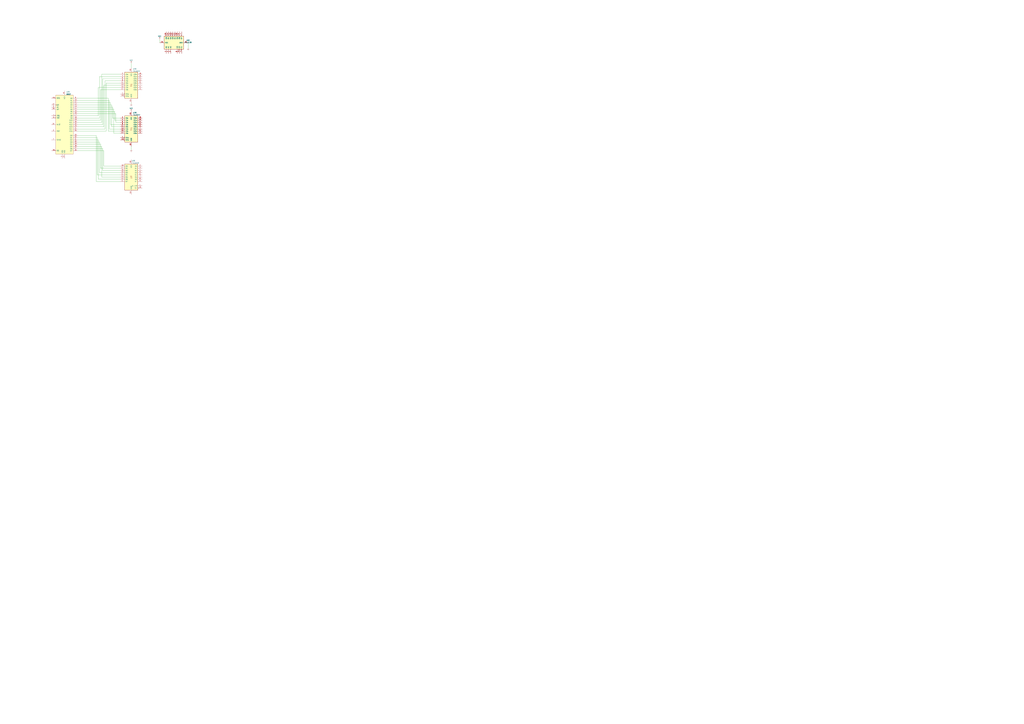
<source format=kicad_sch>
(kicad_sch (version 20211123) (generator eeschema)
  (paper "A0")
  (lib_symbols
    (symbol "74xx:74LS138" (pin_names (offset 1.016))
      (property "Reference" "U" (at -7.62 11.43 0))
      (property "Value" "74LS138" (at -7.62 -13.97 0))
      (symbol "74LS138_1_0"
        (pin input line (at -12.7 7.62 0) (length 5.08) (name "A0") (number "1"))
        (pin output output_low (at 12.7 -5.08 180) (length 5.08) (name "O5") (number "10"))
        (pin output output_low (at 12.7 -2.54 180) (length 5.08) (name "O4") (number "11"))
        (pin output output_low (at 12.7 0 180) (length 5.08) (name "O3") (number "12"))
        (pin output output_low (at 12.7 2.54 180) (length 5.08) (name "O2") (number "13"))
        (pin output output_low (at 12.7 5.08 180) (length 5.08) (name "O1") (number "14"))
        (pin output output_low (at 12.7 7.62 180) (length 5.08) (name "O0") (number "15"))
        (pin power_in line (at 0 15.24 270) (length 5.08) (name "VCC") (number "16"))
        (pin input line (at -12.7 5.08 0) (length 5.08) (name "A1") (number "2"))
        (pin input line (at -12.7 2.54 0) (length 5.08) (name "A2") (number "3"))
        (pin input input_low (at -12.7 -10.16 0) (length 5.08) (name "E1") (number "4"))
        (pin input input_low (at -12.7 -7.62 0) (length 5.08) (name "E2") (number "5"))
        (pin input line (at -12.7 -5.08 0) (length 5.08) (name "E3") (number "6"))
        (pin output output_low (at 12.7 -10.16 180) (length 5.08) (name "O7") (number "7"))
        (pin power_in line (at 0 -17.78 90) (length 5.08) (name "GND") (number "8"))
        (pin output output_low (at 12.7 -7.62 180) (length 5.08) (name "O6") (number "9"))
      )
      (symbol "74LS138_1_1"
        (rectangle (start -7.62 10.16) (end 7.62 -12.7) (stroke (width 0.254)) (fill (type background)))
      )
    )
    (symbol "74xx:74LS244" (pin_names (offset 1.016))
      (property "Reference" "U" (at -7.62 16.51 0))
      (property "Value" "74LS244" (at -7.62 -16.51 0))
      (symbol "74LS244_1_0"
        (polyline (pts (xy -0.635 -1.27) (xy -0.635 1.27) (xy 0.635 1.27)))
        (polyline (pts (xy -1.27 -1.27) (xy 0.635 -1.27) (xy 0.635 1.27) (xy 1.27 1.27)))
        (pin input inverted (at -12.7 -10.16 0) (length 5.08) (name "OEa") (number "1"))
        (pin power_in line (at 0 -20.32 90) (length 5.08) (name "GND") (number "10"))
        (pin input line (at -12.7 2.54 0) (length 5.08) (name "I0b") (number "11"))
        (pin tri_state line (at 12.7 5.08 180) (length 5.08) (name "O3a") (number "12"))
        (pin input line (at -12.7 0 0) (length 5.08) (name "I1b") (number "13"))
        (pin tri_state line (at 12.7 7.62 180) (length 5.08) (name "O2a") (number "14"))
        (pin input line (at -12.7 -2.54 0) (length 5.08) (name "I2b") (number "15"))
        (pin tri_state line (at 12.7 10.16 180) (length 5.08) (name "O1a") (number "16"))
        (pin input line (at -12.7 -5.08 0) (length 5.08) (name "I3b") (number "17"))
        (pin tri_state line (at 12.7 12.7 180) (length 5.08) (name "O0a") (number "18"))
        (pin input inverted (at -12.7 -12.7 0) (length 5.08) (name "OEb") (number "19"))
        (pin input line (at -12.7 12.7 0) (length 5.08) (name "I0a") (number "2"))
        (pin power_in line (at 0 20.32 270) (length 5.08) (name "VCC") (number "20"))
        (pin tri_state line (at 12.7 -5.08 180) (length 5.08) (name "O3b") (number "3"))
        (pin input line (at -12.7 10.16 0) (length 5.08) (name "I1a") (number "4"))
        (pin tri_state line (at 12.7 -2.54 180) (length 5.08) (name "O2b") (number "5"))
        (pin input line (at -12.7 7.62 0) (length 5.08) (name "I2a") (number "6"))
        (pin tri_state line (at 12.7 0 180) (length 5.08) (name "O1b") (number "7"))
        (pin input line (at -12.7 5.08 0) (length 5.08) (name "I3a") (number "8"))
        (pin tri_state line (at 12.7 2.54 180) (length 5.08) (name "O0b") (number "9"))
      )
      (symbol "74LS244_1_1"
        (rectangle (start -7.62 15.24) (end 7.62 -15.24) (stroke (width 0.254)) (fill (type background)))
      )
    )
    (symbol "74xx:74LS245" (pin_names (offset 1.016))
      (property "Reference" "U" (at -7.62 16.51 0))
      (property "Value" "74LS245" (at -7.62 -16.51 0))
      (symbol "74LS245_1_0"
        (polyline (pts (xy -0.635 -1.27) (xy -0.635 1.27) (xy 0.635 1.27)))
        (polyline (pts (xy -1.27 -1.27) (xy 0.635 -1.27) (xy 0.635 1.27) (xy 1.27 1.27)))
        (pin input line (at -12.7 -10.16 0) (length 5.08) (name "A->B") (number "1"))
        (pin power_in line (at 0 -20.32 90) (length 5.08) (name "GND") (number "10"))
        (pin tri_state line (at 12.7 -5.08 180) (length 5.08) (name "B7") (number "11"))
        (pin tri_state line (at 12.7 -2.54 180) (length 5.08) (name "B6") (number "12"))
        (pin tri_state line (at 12.7 0 180) (length 5.08) (name "B5") (number "13"))
        (pin tri_state line (at 12.7 2.54 180) (length 5.08) (name "B4") (number "14"))
        (pin tri_state line (at 12.7 5.08 180) (length 5.08) (name "B3") (number "15"))
        (pin tri_state line (at 12.7 7.62 180) (length 5.08) (name "B2") (number "16"))
        (pin tri_state line (at 12.7 10.16 180) (length 5.08) (name "B1") (number "17"))
        (pin tri_state line (at 12.7 12.7 180) (length 5.08) (name "B0") (number "18"))
        (pin input inverted (at -12.7 -12.7 0) (length 5.08) (name "CE") (number "19"))
        (pin tri_state line (at -12.7 12.7 0) (length 5.08) (name "A0") (number "2"))
        (pin power_in line (at 0 20.32 270) (length 5.08) (name "VCC") (number "20"))
        (pin tri_state line (at -12.7 10.16 0) (length 5.08) (name "A1") (number "3"))
        (pin tri_state line (at -12.7 7.62 0) (length 5.08) (name "A2") (number "4"))
        (pin tri_state line (at -12.7 5.08 0) (length 5.08) (name "A3") (number "5"))
        (pin tri_state line (at -12.7 2.54 0) (length 5.08) (name "A4") (number "6"))
        (pin tri_state line (at -12.7 0 0) (length 5.08) (name "A5") (number "7"))
        (pin tri_state line (at -12.7 -2.54 0) (length 5.08) (name "A6") (number "8"))
        (pin tri_state line (at -12.7 -5.08 0) (length 5.08) (name "A7") (number "9"))
      )
      (symbol "74LS245_1_1"
        (rectangle (start -7.62 15.24) (end 7.62 -15.24) (stroke (width 0.254)) (fill (type background)))
      )
    )
    (symbol "Família NMOS 6500:6502" (pin_names (offset 1.016))
      (property "Reference" "U" (at -10.16 35.56 0))
      (property "Value" "6502" (at 0 0 90))
      (symbol "6502_0_1"
        (rectangle (start -10.16 34.29) (end 10.16 -34.29) (fill (type background)))
      )
      (symbol "6502_1_1"
        (pin power_in line (at -2.54 -39.37 90) (length 5.08) (name "VSS") (number "1"))
        (pin output line (at 15.24 27.94 180) (length 5.08) (name "A1") (number "10"))
        (pin output line (at 15.24 25.4 180) (length 5.08) (name "A2") (number "11"))
        (pin output line (at 15.24 22.86 180) (length 5.08) (name "A3") (number "12"))
        (pin output line (at 15.24 20.32 180) (length 5.08) (name "A4") (number "13"))
        (pin output line (at 15.24 17.78 180) (length 5.08) (name "A5") (number "14"))
        (pin output line (at 15.24 15.24 180) (length 5.08) (name "A6") (number "15"))
        (pin output line (at 15.24 12.7 180) (length 5.08) (name "A7") (number "16"))
        (pin output line (at 15.24 10.16 180) (length 5.08) (name "A8") (number "17"))
        (pin output line (at 15.24 7.62 180) (length 5.08) (name "A9") (number "18"))
        (pin output line (at 15.24 5.08 180) (length 5.08) (name "A10") (number "19"))
        (pin input line (at -15.24 -7.62 0) (length 5.08) (name "RDY") (number "2"))
        (pin output line (at 15.24 2.54 180) (length 5.08) (name "A11") (number "20"))
        (pin power_in line (at 0 -39.37 90) (length 5.08) (name "VSS") (number "21"))
        (pin output line (at 15.24 0 180) (length 5.08) (name "A12") (number "22"))
        (pin output line (at 15.24 -2.54 180) (length 5.08) (name "A13") (number "23"))
        (pin output line (at 15.24 -5.08 180) (length 5.08) (name "A14") (number "24"))
        (pin output line (at 15.24 -7.62 180) (length 5.08) (name "A15") (number "25"))
        (pin bidirectional line (at 15.24 -30.48 180) (length 5.08) (name "D7") (number "26"))
        (pin bidirectional line (at 15.24 -27.94 180) (length 5.08) (name "D6") (number "27"))
        (pin bidirectional line (at 15.24 -25.4 180) (length 5.08) (name "D5") (number "28"))
        (pin bidirectional line (at 15.24 -22.86 180) (length 5.08) (name "D4") (number "29"))
        (pin output line (at -15.24 20.32 0) (length 5.08) (name "ϕ1") (number "3"))
        (pin bidirectional line (at 15.24 -20.32 180) (length 5.08) (name "D3") (number "30"))
        (pin bidirectional line (at 15.24 -17.78 180) (length 5.08) (name "D2") (number "31"))
        (pin bidirectional line (at 15.24 -15.24 180) (length 5.08) (name "D1") (number "32"))
        (pin bidirectional line (at 15.24 -12.7 180) (length 5.08) (name "D0") (number "33"))
        (pin output line (at -15.24 0 0) (length 5.08) (name "R/~{W}") (number "34"))
        (pin no_connect non_logic (at -10.16 -25.4 0) (length 2.54) hide (name "nc") (number "35"))
        (pin no_connect non_logic (at -10.16 -27.94 0) (length 2.54) hide (name "nc") (number "36"))
        (pin input clock (at -15.24 22.86 0) (length 5.08) (name "ϕ0") (number "37"))
        (pin input input_low (at -15.24 -30.48 0) (length 5.08) (name "~{SO}") (number "38"))
        (pin output line (at -15.24 17.78 0) (length 5.08) (name "ϕ2") (number "39"))
        (pin input input_low (at -15.24 10.16 0) (length 5.08) (name "~{IRQ}") (number "4"))
        (pin input input_low (at -15.24 30.48 0) (length 5.08) (name "~{RES}") (number "40"))
        (pin no_connect non_logic (at -10.16 -22.86 0) (length 2.5654) hide (name "nc") (number "5"))
        (pin input input_low (at -15.24 7.62 0) (length 5.08) (name "~{NMI}") (number "6"))
        (pin output line (at -15.24 -17.78 0) (length 5.08) (name "SYNC") (number "7"))
        (pin power_in line (at 0 39.37 270) (length 5.08) (name "VCC") (number "8"))
        (pin output line (at 15.24 30.48 180) (length 5.08) (name "A0") (number "9"))
      )
    )
    (symbol "power:Earth" (power) (pin_names (offset 0))
      (symbol "Earth_0_1"
        (polyline (pts (xy -0.635 -1.905) (xy 0.635 -1.905)))
        (polyline (pts (xy -0.127 -2.54) (xy 0.127 -2.54)))
        (polyline (pts (xy 0 -1.27) (xy 0 0)))
        (polyline (pts (xy 1.27 -1.27) (xy -1.27 -1.27)))
      )
      (symbol "Earth_1_1"
        (pin power_in line (at 0 0 270) (length 0) hide (name "Earth") (number "1"))
      )
    )
    (symbol "power:VCC" (power) (pin_names (offset 0))
      (property "Value" "VCC" (at 0 3.81 0))
      (symbol "VCC_0_1"
        (polyline (pts (xy -0.762 1.27) (xy 0 2.54)))
        (polyline (pts (xy 0 0) (xy 0 2.54)))
        (polyline (pts (xy 0 2.54) (xy 0.762 1.27)))
      )
      (symbol "VCC_1_1"
        (pin power_in line (at 0 0 90) (length 0) hide (name "VCC") (number "1"))
      )
    )
  )
  (bus_alias "BarramentoEndereços" (members "U29" "U28" "U35"))
  (bus_alias "BarramentoDados" (members "U29" "U30"))
  (wire (pts (xy 127 149.86) (xy 139.7 149.86)))
  (wire (pts (xy 132.08 154.94) (xy 139.7 154.94)))
  (wire (pts (xy 90.17 124.46) (xy 130.81 124.46)))
  (wire (pts (xy 90.17 152.4) (xy 123.19 152.4)))
  (wire (pts (xy 90.17 172.72) (xy 119.38 172.72)))
  (wire (pts (xy 90.17 175.26) (xy 120.65 175.26)))
  (wire (pts (xy 90.17 116.84) (xy 127 116.84)))
  (wire (pts (xy 90.17 144.78) (xy 119.38 144.78)))
  (wire (pts (xy 123.19 96.52) (xy 139.7 96.52)))
  (wire (pts (xy 120.65 99.06) (xy 139.7 99.06)))
  (wire (pts (xy 152.4 73.66) (xy 152.4 78.74)))
  (wire (pts (xy 134.62 132.08) (xy 134.62 142.24)))
  (wire (pts (xy 115.57 165.1) (xy 115.57 200.66)))
  (wire (pts (xy 152.4 119.38) (xy 152.4 120.65)))
  (wire (pts (xy 127 116.84) (xy 127 149.86)))
  (wire (pts (xy 118.11 86.36) (xy 139.7 86.36)))
  (wire (pts (xy 133.35 129.54) (xy 133.35 139.7)))
  (wire (pts (xy 90.17 149.86) (xy 121.92 149.86)))
  (wire (pts (xy 118.11 170.18) (xy 118.11 205.74)))
  (wire (pts (xy 90.17 162.56) (xy 114.3 162.56)))
  (wire (pts (xy 120.65 193.04) (xy 139.7 193.04)))
  (wire (pts (xy 90.17 137.16) (xy 115.57 137.16)))
  (wire (pts (xy 125.73 152.4) (xy 139.7 152.4)))
  (wire (pts (xy 90.17 134.62) (xy 114.3 134.62)))
  (wire (pts (xy 119.38 91.44) (xy 139.7 91.44)))
  (wire (pts (xy 152.4 170.18) (xy 152.4 173.99)))
  (wire (pts (xy 114.3 134.62) (xy 114.3 101.6)))
  (wire (pts (xy 90.17 139.7) (xy 116.84 139.7)))
  (wire (pts (xy 128.27 119.38) (xy 128.27 144.78)))
  (wire (pts (xy 129.54 147.32) (xy 139.7 147.32)))
  (wire (pts (xy 115.57 88.9) (xy 139.7 88.9)))
  (wire (pts (xy 114.3 208.28) (xy 139.7 208.28)))
  (wire (pts (xy 116.84 195.58) (xy 139.7 195.58)))
  (wire (pts (xy 118.11 205.74) (xy 139.7 205.74)))
  (wire (pts (xy 90.17 119.38) (xy 128.27 119.38)))
  (wire (pts (xy 120.65 175.26) (xy 120.65 193.04)))
  (wire (pts (xy 114.3 162.56) (xy 114.3 208.28)))
  (wire (pts (xy 121.92 93.98) (xy 139.7 93.98)))
  (wire (pts (xy 119.38 144.78) (xy 119.38 91.44)))
  (wire (pts (xy 129.54 121.92) (xy 129.54 147.32)))
  (wire (pts (xy 128.27 144.78) (xy 139.7 144.78)))
  (wire (pts (xy 185.42 45.72) (xy 185.42 49.53)))
  (wire (pts (xy 118.11 142.24) (xy 118.11 86.36)))
  (wire (pts (xy 90.17 167.64) (xy 116.84 167.64)))
  (wire (pts (xy 114.3 101.6) (xy 139.7 101.6)))
  (wire (pts (xy 119.38 172.72) (xy 119.38 198.12)))
  (wire (pts (xy 218.44 49.53) (xy 218.44 55.88)))
  (wire (pts (xy 130.81 137.16) (xy 139.7 137.16)))
  (wire (pts (xy 111.76 210.82) (xy 139.7 210.82)))
  (wire (pts (xy 116.84 104.14) (xy 139.7 104.14)))
  (wire (pts (xy 90.17 132.08) (xy 134.62 132.08)))
  (wire (pts (xy 121.92 149.86) (xy 121.92 93.98)))
  (wire (pts (xy 90.17 121.92) (xy 129.54 121.92)))
  (wire (pts (xy 90.17 147.32) (xy 120.65 147.32)))
  (wire (pts (xy 119.38 198.12) (xy 139.7 198.12)))
  (wire (pts (xy 116.84 139.7) (xy 116.84 104.14)))
  (wire (pts (xy 134.62 142.24) (xy 139.7 142.24)))
  (wire (pts (xy 90.17 127) (xy 132.08 127)))
  (wire (pts (xy 133.35 139.7) (xy 139.7 139.7)))
  (wire (pts (xy 90.17 114.3) (xy 125.73 114.3)))
  (wire (pts (xy 116.84 167.64) (xy 116.84 195.58)))
  (wire (pts (xy 111.76 157.48) (xy 111.76 210.82)))
  (wire (pts (xy 115.57 137.16) (xy 115.57 88.9)))
  (wire (pts (xy 90.17 157.48) (xy 111.76 157.48)))
  (wire (pts (xy 130.81 124.46) (xy 130.81 137.16)))
  (wire (pts (xy 90.17 165.1) (xy 115.57 165.1)))
  (wire (pts (xy 123.19 152.4) (xy 123.19 96.52)))
  (wire (pts (xy 113.03 160.02) (xy 113.03 203.2)))
  (wire (pts (xy 90.17 160.02) (xy 113.03 160.02)))
  (wire (pts (xy 132.08 127) (xy 132.08 154.94)))
  (wire (pts (xy 115.57 200.66) (xy 139.7 200.66)))
  (wire (pts (xy 120.65 147.32) (xy 120.65 99.06)))
  (wire (pts (xy 90.17 129.54) (xy 133.35 129.54)))
  (wire (pts (xy 90.17 170.18) (xy 118.11 170.18)))
  (wire (pts (xy 125.73 114.3) (xy 125.73 152.4)))
  (wire (pts (xy 113.03 203.2) (xy 139.7 203.2)))
  (wire (pts (xy 90.17 142.24) (xy 118.11 142.24)))
  (symbol (lib_id "74xx:74LS245") (at 152.4 205.74 0) (mirror y) (unit 1)
    (property "Reference" "U30" (at 152.9206 186.8002 0) (effects (justify right)))
    (property "Value" "74LS245" (at 152.9206 189.3371 0) (effects (justify right)))
    (property "Datasheet" "http://www.ti.com/lit/gpn/sn74LS245" (effects hide))
  )
  (symbol (lib_id "74xx:74LS244") (at 152.4 99.06 0) (unit 1)
    (property "Reference" "U35" (at 154.4194 80.1202 0) (effects (justify left)))
    (property "Value" "74LS244" (at 154.4194 82.6571 0) (effects (justify left)))
    (property "Datasheet" "http://www.ti.com/lit/ds/symlink/sn74ls244.pdf" (effects hide))
  )
  (symbol (lib_id "power:VCC") (at 152.4 73.66 0) (unit 1)
    (property "Reference" "#PWR?" (effects hide))
    (property "Value" "VCC" (at 152.4 70.0842 0))
  )
  (symbol (lib_id "Família NMOS 6500:6502") (at 74.93 144.78 0) (unit 1)
    (property "Reference" "U29" (at 76.9494 106.8286 0) (effects (justify left)))
    (property "Value" "6502" (at 76.9494 109.4369 0) (effects (font bold italic) (justify left)))
    (property "Datasheet" "http://www.6502.org/documents/datasheets/mos/mos_6500_mpu_mar_1980.pdf" (effects hide))
  )
  (symbol (lib_id "power:Earth") (at 152.4 173.99 0) (unit 1)
    (property "Reference" "#PWR?" (effects hide))
    (property "Value" "Earth" (effects hide))
  )
  (symbol (lib_id "power:Earth") (at 152.4 120.65 0) (unit 1)
    (property "Reference" "#PWR?" (effects hide))
    (property "Value" "Earth" (effects hide))
  )
  (symbol (lib_id "74xx:74LS138") (at 200.66 49.53 90) (unit 1)
    (property "Reference" "U50" (at 218.344 46.8209 90))
    (property "Value" "74LS138" (at 218.344 49.3578 90))
    (property "Datasheet" "http://www.ti.com/lit/gpn/sn74LS138" (effects hide))
  )
  (symbol (lib_id "power:VCC") (at 185.42 45.72 0) (unit 1)
    (property "Reference" "#PWR?" (effects hide))
    (property "Value" "VCC" (at 185.42 42.1442 0))
  )
  (symbol (lib_id "power:VCC") (at 152.4 129.54 0) (unit 1)
    (property "Reference" "#PWR?" (effects hide))
    (property "Value" "VCC" (at 152.4 125.9642 0))
  )
  (symbol (lib_id "power:Earth") (at 218.44 55.88 0) (unit 1)
    (property "Reference" "#PWR?" (effects hide))
    (property "Value" "Earth" (effects hide))
  )
  (symbol (lib_id "74xx:74LS244") (at 152.4 149.86 0) (unit 1)
    (property "Reference" "U28" (at 154.4194 130.9202 0) (effects (justify left)))
    (property "Value" "74LS244" (at 154.4194 133.4571 0) (effects (justify left)))
    (property "Datasheet" "http://www.ti.com/lit/ds/symlink/sn74ls244.pdf" (effects hide))
  )
)
</source>
